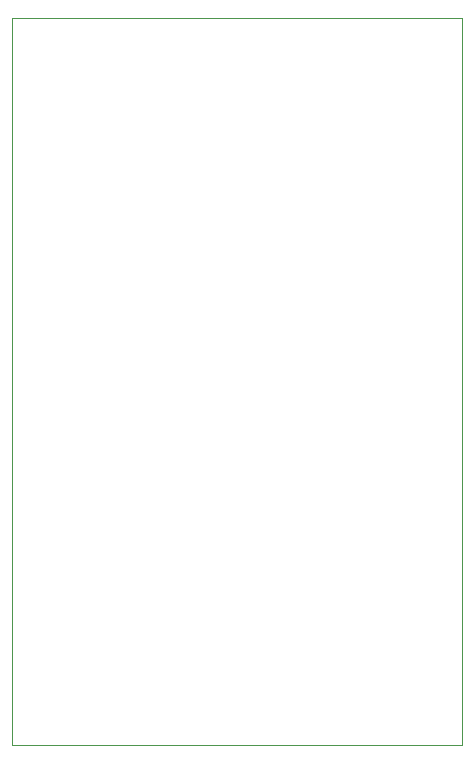
<source format=gm1>
G04 #@! TF.GenerationSoftware,KiCad,Pcbnew,6.0.4-6f826c9f35~116~ubuntu18.04.1*
G04 #@! TF.CreationDate,2022-04-10T17:08:26+03:00*
G04 #@! TF.ProjectId,wideband_controller,77696465-6261-46e6-945f-636f6e74726f,rev?*
G04 #@! TF.SameCoordinates,Original*
G04 #@! TF.FileFunction,Profile,NP*
%FSLAX46Y46*%
G04 Gerber Fmt 4.6, Leading zero omitted, Abs format (unit mm)*
G04 Created by KiCad (PCBNEW 6.0.4-6f826c9f35~116~ubuntu18.04.1) date 2022-04-10 17:08:26*
%MOMM*%
%LPD*%
G01*
G04 APERTURE LIST*
G04 #@! TA.AperFunction,Profile*
%ADD10C,0.050000*%
G04 #@! TD*
G04 APERTURE END LIST*
D10*
X107950000Y-113665000D02*
X146050000Y-113665000D01*
X146050000Y-52070000D02*
X107950000Y-52070000D01*
X146050000Y-113665000D02*
X146050000Y-52070000D01*
X107950000Y-52070000D02*
X107950000Y-113665000D01*
M02*

</source>
